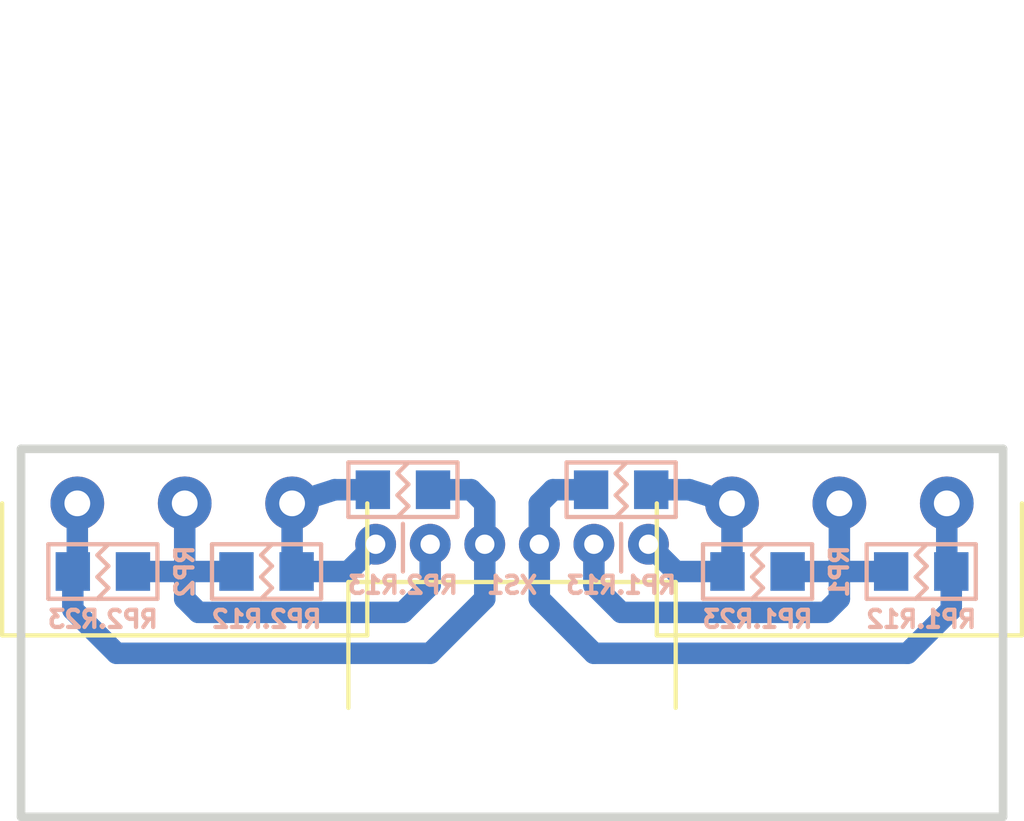
<source format=kicad_pcb>
(kicad_pcb (version 20171130) (host pcbnew 5.1.6-c6e7f7d~87~ubuntu19.10.1)

  (general
    (thickness 1.6)
    (drawings 6)
    (tracks 44)
    (zones 0)
    (modules 9)
    (nets 7)
  )

  (page A4 portrait)
  (title_block
    (title "1590N1 Potentiometer Board 18 2x17")
    (date 2023-03-19)
    (rev 1C)
    (company "Igor Ivanov")
    (comment 1 https://github.com/Adept666)
    (comment 2 "This project is licensed under GNU General Public License v3.0 or later")
    (comment 3 "Диаметр потенциометров: 16 мм, 17 мм")
    (comment 4 "Расстояние от основной платы до корпуса: 18 мм")
  )

  (layers
    (0 F.Cu signal)
    (31 B.Cu signal)
    (36 B.SilkS user)
    (38 B.Mask user)
    (39 F.Mask user)
    (44 Edge.Cuts user)
    (45 Margin user)
    (46 B.CrtYd user)
    (47 F.CrtYd user)
    (48 B.Fab user)
    (49 F.Fab user)
  )

  (setup
    (last_trace_width 1)
    (user_trace_width 0.6)
    (trace_clearance 0.2)
    (zone_clearance 0.6)
    (zone_45_only no)
    (trace_min 0.2)
    (via_size 1.5)
    (via_drill 0.5)
    (via_min_size 0.6)
    (via_min_drill 0.3)
    (uvia_size 0.6)
    (uvia_drill 0.3)
    (uvias_allowed no)
    (uvia_min_size 0.6)
    (uvia_min_drill 0.3)
    (edge_width 0.4)
    (segment_width 0.6)
    (pcb_text_width 0.2)
    (pcb_text_size 1 1)
    (mod_edge_width 0.2)
    (mod_text_size 1 1)
    (mod_text_width 0.2)
    (pad_size 1.6 1.8)
    (pad_drill 0)
    (pad_to_mask_clearance 0.1)
    (solder_mask_min_width 0.2)
    (aux_axis_origin 0 0)
    (visible_elements 7FFFFFFF)
    (pcbplotparams
      (layerselection 0x20000_7ffffffe)
      (usegerberextensions false)
      (usegerberattributes false)
      (usegerberadvancedattributes false)
      (creategerberjobfile false)
      (excludeedgelayer false)
      (linewidth 0.100000)
      (plotframeref true)
      (viasonmask false)
      (mode 1)
      (useauxorigin false)
      (hpglpennumber 1)
      (hpglpenspeed 20)
      (hpglpendiameter 15.000000)
      (psnegative false)
      (psa4output false)
      (plotreference false)
      (plotvalue true)
      (plotinvisibletext false)
      (padsonsilk true)
      (subtractmaskfromsilk false)
      (outputformat 4)
      (mirror false)
      (drillshape 0)
      (scaleselection 1)
      (outputdirectory ""))
  )

  (net 0 "")
  (net 1 "Net-(RP1-Pad3)")
  (net 2 "Net-(RP1-Pad1)")
  (net 3 "Net-(RP1-Pad2)")
  (net 4 "Net-(RP2-Pad3)")
  (net 5 "Net-(RP2-Pad1)")
  (net 6 "Net-(RP2-Pad2)")

  (net_class Default "This is the default net class."
    (clearance 0.2)
    (trace_width 1)
    (via_dia 1.5)
    (via_drill 0.5)
    (uvia_dia 0.6)
    (uvia_drill 0.3)
    (diff_pair_width 0.2)
    (diff_pair_gap 0.2)
    (add_net "Net-(RP1-Pad1)")
    (add_net "Net-(RP1-Pad2)")
    (add_net "Net-(RP1-Pad3)")
    (add_net "Net-(RP2-Pad1)")
    (add_net "Net-(RP2-Pad2)")
    (add_net "Net-(RP2-Pad3)")
  )

  (module SBKCL-TH-SL:RP-PDB181-K-20-P-CIRCULAR (layer F.Cu) (tedit 61D0A493) (tstamp 5FE6D9E5)
    (at 90.17 142.875 180)
    (path /5FE7A122)
    (fp_text reference RP2 (at 0 -3.175 270) (layer B.SilkS)
      (effects (font (size 0.8 0.8) (thickness 0.2)) (justify mirror))
    )
    (fp_text value "RP2: 16/17" (at 0 -1.27 180) (layer F.Fab)
      (effects (font (size 1 1) (thickness 0.2)))
    )
    (fp_line (start -7.3 3.35) (end -7.3 5.35) (layer F.Fab) (width 0.2))
    (fp_line (start -8.5 3.35) (end -8.5 5.35) (layer F.Fab) (width 0.2))
    (fp_line (start -8.5 5.35) (end -7.366 5.35) (layer F.Fab) (width 0.2))
    (fp_line (start 8.5 -6.15) (end 8.5 23.35) (layer F.CrtYd) (width 0.1))
    (fp_line (start -8.5 -6.15) (end -8.5 23.35) (layer F.CrtYd) (width 0.1))
    (fp_line (start -8.5 23.35) (end 8.5 23.35) (layer F.CrtYd) (width 0.1))
    (fp_line (start -8.5 -6.15) (end 8.5 -6.15) (layer F.CrtYd) (width 0.1))
    (fp_line (start 8.5 -6.15) (end 8.5 0) (layer F.SilkS) (width 0.2))
    (fp_line (start -8.5 -6.15) (end -8.5 0) (layer F.SilkS) (width 0.2))
    (fp_line (start -8.5 -6.15) (end 8.5 -6.15) (layer F.SilkS) (width 0.2))
    (fp_line (start -3.5 9.85) (end 3.5 9.85) (layer F.Fab) (width 0.2))
    (fp_line (start 3 9.85) (end 3 23.35) (layer F.Fab) (width 0.2))
    (fp_line (start -3 9.85) (end -3 23.35) (layer F.Fab) (width 0.2))
    (fp_line (start 3.5 3.35) (end 3.5 9.85) (layer F.Fab) (width 0.2))
    (fp_line (start -3.5 3.35) (end -3.5 9.85) (layer F.Fab) (width 0.2))
    (fp_line (start 8.5 -6.15) (end 8.5 3.35) (layer F.Fab) (width 0.2))
    (fp_line (start -8.5 -6.15) (end -8.5 3.35) (layer F.Fab) (width 0.2))
    (fp_line (start -3 23.35) (end 3 23.35) (layer F.Fab) (width 0.2))
    (fp_line (start -8.5 3.35) (end 8.5 3.35) (layer F.Fab) (width 0.2))
    (fp_line (start -8.5 -6.15) (end 8.5 -6.15) (layer F.Fab) (width 0.2))
    (pad 3 thru_hole circle (at 5 0 180) (size 2.5 2.5) (drill 1.2) (layers B.Cu B.Mask)
      (net 4 "Net-(RP2-Pad3)"))
    (pad 1 thru_hole circle (at -5 0 180) (size 2.5 2.5) (drill 1.2) (layers B.Cu B.Mask)
      (net 5 "Net-(RP2-Pad1)"))
    (pad 2 thru_hole circle (at 0 0 180) (size 2.5 2.5) (drill 1.2) (layers B.Cu B.Mask)
      (net 6 "Net-(RP2-Pad2)"))
  )

  (module SBKCL-TH-SL:RP-PDB181-K-20-P-CIRCULAR (layer F.Cu) (tedit 61D0A493) (tstamp 6416FD66)
    (at 120.65 142.875 180)
    (path /60859B26)
    (fp_text reference RP1 (at 0 -3.175 270) (layer B.SilkS)
      (effects (font (size 0.8 0.8) (thickness 0.2)) (justify mirror))
    )
    (fp_text value "RP1: 16/17" (at 0 -1.27 180) (layer F.Fab)
      (effects (font (size 1 1) (thickness 0.2)))
    )
    (fp_line (start -7.3 3.35) (end -7.3 5.35) (layer F.Fab) (width 0.2))
    (fp_line (start -8.5 3.35) (end -8.5 5.35) (layer F.Fab) (width 0.2))
    (fp_line (start -8.5 5.35) (end -7.366 5.35) (layer F.Fab) (width 0.2))
    (fp_line (start 8.5 -6.15) (end 8.5 23.35) (layer F.CrtYd) (width 0.1))
    (fp_line (start -8.5 -6.15) (end -8.5 23.35) (layer F.CrtYd) (width 0.1))
    (fp_line (start -8.5 23.35) (end 8.5 23.35) (layer F.CrtYd) (width 0.1))
    (fp_line (start -8.5 -6.15) (end 8.5 -6.15) (layer F.CrtYd) (width 0.1))
    (fp_line (start 8.5 -6.15) (end 8.5 0) (layer F.SilkS) (width 0.2))
    (fp_line (start -8.5 -6.15) (end -8.5 0) (layer F.SilkS) (width 0.2))
    (fp_line (start -8.5 -6.15) (end 8.5 -6.15) (layer F.SilkS) (width 0.2))
    (fp_line (start -3.5 9.85) (end 3.5 9.85) (layer F.Fab) (width 0.2))
    (fp_line (start 3 9.85) (end 3 23.35) (layer F.Fab) (width 0.2))
    (fp_line (start -3 9.85) (end -3 23.35) (layer F.Fab) (width 0.2))
    (fp_line (start 3.5 3.35) (end 3.5 9.85) (layer F.Fab) (width 0.2))
    (fp_line (start -3.5 3.35) (end -3.5 9.85) (layer F.Fab) (width 0.2))
    (fp_line (start 8.5 -6.15) (end 8.5 3.35) (layer F.Fab) (width 0.2))
    (fp_line (start -8.5 -6.15) (end -8.5 3.35) (layer F.Fab) (width 0.2))
    (fp_line (start -3 23.35) (end 3 23.35) (layer F.Fab) (width 0.2))
    (fp_line (start -8.5 3.35) (end 8.5 3.35) (layer F.Fab) (width 0.2))
    (fp_line (start -8.5 -6.15) (end 8.5 -6.15) (layer F.Fab) (width 0.2))
    (pad 3 thru_hole circle (at 5 0 180) (size 2.5 2.5) (drill 1.2) (layers B.Cu B.Mask)
      (net 1 "Net-(RP1-Pad3)"))
    (pad 1 thru_hole circle (at -5 0 180) (size 2.5 2.5) (drill 1.2) (layers B.Cu B.Mask)
      (net 2 "Net-(RP1-Pad1)"))
    (pad 2 thru_hole circle (at 0 0 180) (size 2.5 2.5) (drill 1.2) (layers B.Cu B.Mask)
      (net 3 "Net-(RP1-Pad2)"))
  )

  (module SBKCL-TH-SL:CON-PBS-06R-CIRCULAR (layer F.Cu) (tedit 63D83BB1) (tstamp 6416D743)
    (at 105.41 144.78)
    (path /60033671)
    (fp_text reference XS1 (at 0 1.905) (layer B.SilkS)
      (effects (font (size 0.8 0.8) (thickness 0.2)) (justify mirror))
    )
    (fp_text value PBS-06R (at 0 5.715) (layer F.Fab)
      (effects (font (size 1 1) (thickness 0.2)))
    )
    (fp_line (start 7.62 1.76) (end 7.62 10.16) (layer F.Fab) (width 0.2))
    (fp_line (start -7.62 1.76) (end -7.62 10.16) (layer F.Fab) (width 0.2))
    (fp_line (start -7.62 10.16) (end 7.62 10.16) (layer F.Fab) (width 0.2))
    (fp_line (start -7.62 1.76) (end 7.62 1.76) (layer F.Fab) (width 0.2))
    (fp_line (start -7.62 1.76) (end 7.62 1.76) (layer F.SilkS) (width 0.2))
    (fp_line (start -7.62 1.76) (end -7.62 7.62) (layer F.SilkS) (width 0.2))
    (fp_line (start 7.62 1.76) (end 7.62 7.62) (layer F.SilkS) (width 0.2))
    (fp_line (start -7.62 -0.45) (end 7.62 -0.45) (layer F.CrtYd) (width 0.1))
    (fp_line (start -7.62 10.16) (end 7.62 10.16) (layer F.CrtYd) (width 0.1))
    (fp_line (start -7.62 -0.45) (end -7.62 10.16) (layer F.CrtYd) (width 0.1))
    (fp_line (start 7.62 -0.45) (end 7.62 10.16) (layer F.CrtYd) (width 0.1))
    (pad 6 thru_hole circle (at 6.35 0) (size 1.9 1.9) (drill 0.9) (layers B.Cu B.Mask)
      (net 1 "Net-(RP1-Pad3)"))
    (pad 5 thru_hole circle (at 3.81 0) (size 1.9 1.9) (drill 0.9) (layers B.Cu B.Mask)
      (net 3 "Net-(RP1-Pad2)"))
    (pad 4 thru_hole circle (at 1.27 0) (size 1.9 1.9) (drill 0.9) (layers B.Cu B.Mask)
      (net 2 "Net-(RP1-Pad1)"))
    (pad 1 thru_hole circle (at -6.35 0) (size 1.9 1.9) (drill 0.9) (layers B.Cu B.Mask)
      (net 5 "Net-(RP2-Pad1)"))
    (pad 2 thru_hole circle (at -3.81 0) (size 1.9 1.9) (drill 0.9) (layers B.Cu B.Mask)
      (net 6 "Net-(RP2-Pad2)"))
    (pad 3 thru_hole circle (at -1.27 0) (size 1.9 1.9) (drill 0.9) (layers B.Cu B.Mask)
      (net 4 "Net-(RP2-Pad3)"))
  )

  (module KCL-SM:R-SM-1206 (layer B.Cu) (tedit 610FE4F7) (tstamp 6416E107)
    (at 86.36 146.05)
    (path /641E9308)
    (fp_text reference RP2.R23 (at 0 2.2225) (layer B.SilkS)
      (effects (font (size 0.8 0.8) (thickness 0.2)) (justify mirror))
    )
    (fp_text value X (at 0 0) (layer B.Fab)
      (effects (font (size 1 1) (thickness 0.2)) (justify mirror))
    )
    (fp_line (start -2.54 1.27) (end 2.54 1.27) (layer B.CrtYd) (width 0.1))
    (fp_line (start 2.54 1.27) (end 2.54 -1.27) (layer B.CrtYd) (width 0.1))
    (fp_line (start -2.54 -1.27) (end 2.54 -1.27) (layer B.CrtYd) (width 0.1))
    (fp_line (start -2.54 1.27) (end -2.54 -1.27) (layer B.CrtYd) (width 0.1))
    (fp_line (start -0.254 0.254) (end 0.254 0.762) (layer B.SilkS) (width 0.2))
    (fp_line (start 0.254 0.762) (end -0.254 1.27) (layer B.SilkS) (width 0.2))
    (fp_line (start -0.254 0.254) (end 0.254 -0.254) (layer B.SilkS) (width 0.2))
    (fp_line (start 0.254 -0.254) (end -0.254 -0.762) (layer B.SilkS) (width 0.2))
    (fp_line (start -0.254 -0.762) (end 0.254 -1.27) (layer B.SilkS) (width 0.2))
    (fp_line (start -2.54 -1.27) (end 2.54 -1.27) (layer B.SilkS) (width 0.2))
    (fp_line (start -2.54 1.27) (end 2.54 1.27) (layer B.SilkS) (width 0.2))
    (fp_line (start 2.54 1.27) (end 2.54 -1.27) (layer B.SilkS) (width 0.2))
    (fp_line (start -2.54 1.27) (end -2.54 -1.27) (layer B.SilkS) (width 0.2))
    (fp_line (start -1.6 0.8) (end 1.6 0.8) (layer B.Fab) (width 0.2))
    (fp_line (start 1.6 0.8) (end 1.6 -0.8) (layer B.Fab) (width 0.2))
    (fp_line (start -1.6 -0.8) (end 1.6 -0.8) (layer B.Fab) (width 0.2))
    (fp_line (start -1.6 0.8) (end -1.6 -0.8) (layer B.Fab) (width 0.2))
    (pad 2 smd rect (at 1.4 0) (size 1.6 1.8) (layers B.Cu B.Mask)
      (net 6 "Net-(RP2-Pad2)"))
    (pad 1 smd rect (at -1.4 0) (size 1.6 1.8) (layers B.Cu B.Mask)
      (net 4 "Net-(RP2-Pad3)"))
  )

  (module KCL-SM:R-SM-1206 (layer B.Cu) (tedit 610FE4F7) (tstamp 641703E0)
    (at 100.33 142.24 180)
    (path /641E9310)
    (fp_text reference RP2.R13 (at 0 -4.445 180) (layer B.SilkS)
      (effects (font (size 0.8 0.8) (thickness 0.2)) (justify mirror))
    )
    (fp_text value X (at 0 0 180) (layer B.Fab)
      (effects (font (size 1 1) (thickness 0.2)) (justify mirror))
    )
    (fp_line (start -2.54 1.27) (end 2.54 1.27) (layer B.CrtYd) (width 0.1))
    (fp_line (start 2.54 1.27) (end 2.54 -1.27) (layer B.CrtYd) (width 0.1))
    (fp_line (start -2.54 -1.27) (end 2.54 -1.27) (layer B.CrtYd) (width 0.1))
    (fp_line (start -2.54 1.27) (end -2.54 -1.27) (layer B.CrtYd) (width 0.1))
    (fp_line (start -0.254 0.254) (end 0.254 0.762) (layer B.SilkS) (width 0.2))
    (fp_line (start 0.254 0.762) (end -0.254 1.27) (layer B.SilkS) (width 0.2))
    (fp_line (start -0.254 0.254) (end 0.254 -0.254) (layer B.SilkS) (width 0.2))
    (fp_line (start 0.254 -0.254) (end -0.254 -0.762) (layer B.SilkS) (width 0.2))
    (fp_line (start -0.254 -0.762) (end 0.254 -1.27) (layer B.SilkS) (width 0.2))
    (fp_line (start -2.54 -1.27) (end 2.54 -1.27) (layer B.SilkS) (width 0.2))
    (fp_line (start -2.54 1.27) (end 2.54 1.27) (layer B.SilkS) (width 0.2))
    (fp_line (start 2.54 1.27) (end 2.54 -1.27) (layer B.SilkS) (width 0.2))
    (fp_line (start -2.54 1.27) (end -2.54 -1.27) (layer B.SilkS) (width 0.2))
    (fp_line (start -1.6 0.8) (end 1.6 0.8) (layer B.Fab) (width 0.2))
    (fp_line (start 1.6 0.8) (end 1.6 -0.8) (layer B.Fab) (width 0.2))
    (fp_line (start -1.6 -0.8) (end 1.6 -0.8) (layer B.Fab) (width 0.2))
    (fp_line (start -1.6 0.8) (end -1.6 -0.8) (layer B.Fab) (width 0.2))
    (pad 2 smd rect (at 1.4 0 180) (size 1.6 1.8) (layers B.Cu B.Mask)
      (net 5 "Net-(RP2-Pad1)"))
    (pad 1 smd rect (at -1.4 0 180) (size 1.6 1.8) (layers B.Cu B.Mask)
      (net 4 "Net-(RP2-Pad3)"))
  )

  (module KCL-SM:R-SM-1206 (layer B.Cu) (tedit 610FE4F7) (tstamp 6416E209)
    (at 93.98 146.05)
    (path /641E9318)
    (fp_text reference RP2.R12 (at 0 2.2225) (layer B.SilkS)
      (effects (font (size 0.8 0.8) (thickness 0.2)) (justify mirror))
    )
    (fp_text value X (at 0 0) (layer B.Fab)
      (effects (font (size 1 1) (thickness 0.2)) (justify mirror))
    )
    (fp_line (start -2.54 1.27) (end 2.54 1.27) (layer B.CrtYd) (width 0.1))
    (fp_line (start 2.54 1.27) (end 2.54 -1.27) (layer B.CrtYd) (width 0.1))
    (fp_line (start -2.54 -1.27) (end 2.54 -1.27) (layer B.CrtYd) (width 0.1))
    (fp_line (start -2.54 1.27) (end -2.54 -1.27) (layer B.CrtYd) (width 0.1))
    (fp_line (start -0.254 0.254) (end 0.254 0.762) (layer B.SilkS) (width 0.2))
    (fp_line (start 0.254 0.762) (end -0.254 1.27) (layer B.SilkS) (width 0.2))
    (fp_line (start -0.254 0.254) (end 0.254 -0.254) (layer B.SilkS) (width 0.2))
    (fp_line (start 0.254 -0.254) (end -0.254 -0.762) (layer B.SilkS) (width 0.2))
    (fp_line (start -0.254 -0.762) (end 0.254 -1.27) (layer B.SilkS) (width 0.2))
    (fp_line (start -2.54 -1.27) (end 2.54 -1.27) (layer B.SilkS) (width 0.2))
    (fp_line (start -2.54 1.27) (end 2.54 1.27) (layer B.SilkS) (width 0.2))
    (fp_line (start 2.54 1.27) (end 2.54 -1.27) (layer B.SilkS) (width 0.2))
    (fp_line (start -2.54 1.27) (end -2.54 -1.27) (layer B.SilkS) (width 0.2))
    (fp_line (start -1.6 0.8) (end 1.6 0.8) (layer B.Fab) (width 0.2))
    (fp_line (start 1.6 0.8) (end 1.6 -0.8) (layer B.Fab) (width 0.2))
    (fp_line (start -1.6 -0.8) (end 1.6 -0.8) (layer B.Fab) (width 0.2))
    (fp_line (start -1.6 0.8) (end -1.6 -0.8) (layer B.Fab) (width 0.2))
    (pad 2 smd rect (at 1.4 0) (size 1.6 1.8) (layers B.Cu B.Mask)
      (net 5 "Net-(RP2-Pad1)"))
    (pad 1 smd rect (at -1.4 0) (size 1.6 1.8) (layers B.Cu B.Mask)
      (net 6 "Net-(RP2-Pad2)"))
  )

  (module KCL-SM:R-SM-1206 (layer B.Cu) (tedit 610FE4F7) (tstamp 6416D58B)
    (at 116.84 146.05)
    (path /6418962D)
    (fp_text reference RP1.R23 (at 0 2.2225) (layer B.SilkS)
      (effects (font (size 0.8 0.8) (thickness 0.2)) (justify mirror))
    )
    (fp_text value X (at 0 0) (layer B.Fab)
      (effects (font (size 1 1) (thickness 0.2)) (justify mirror))
    )
    (fp_line (start -2.54 1.27) (end 2.54 1.27) (layer B.CrtYd) (width 0.1))
    (fp_line (start 2.54 1.27) (end 2.54 -1.27) (layer B.CrtYd) (width 0.1))
    (fp_line (start -2.54 -1.27) (end 2.54 -1.27) (layer B.CrtYd) (width 0.1))
    (fp_line (start -2.54 1.27) (end -2.54 -1.27) (layer B.CrtYd) (width 0.1))
    (fp_line (start -0.254 0.254) (end 0.254 0.762) (layer B.SilkS) (width 0.2))
    (fp_line (start 0.254 0.762) (end -0.254 1.27) (layer B.SilkS) (width 0.2))
    (fp_line (start -0.254 0.254) (end 0.254 -0.254) (layer B.SilkS) (width 0.2))
    (fp_line (start 0.254 -0.254) (end -0.254 -0.762) (layer B.SilkS) (width 0.2))
    (fp_line (start -0.254 -0.762) (end 0.254 -1.27) (layer B.SilkS) (width 0.2))
    (fp_line (start -2.54 -1.27) (end 2.54 -1.27) (layer B.SilkS) (width 0.2))
    (fp_line (start -2.54 1.27) (end 2.54 1.27) (layer B.SilkS) (width 0.2))
    (fp_line (start 2.54 1.27) (end 2.54 -1.27) (layer B.SilkS) (width 0.2))
    (fp_line (start -2.54 1.27) (end -2.54 -1.27) (layer B.SilkS) (width 0.2))
    (fp_line (start -1.6 0.8) (end 1.6 0.8) (layer B.Fab) (width 0.2))
    (fp_line (start 1.6 0.8) (end 1.6 -0.8) (layer B.Fab) (width 0.2))
    (fp_line (start -1.6 -0.8) (end 1.6 -0.8) (layer B.Fab) (width 0.2))
    (fp_line (start -1.6 0.8) (end -1.6 -0.8) (layer B.Fab) (width 0.2))
    (pad 2 smd rect (at 1.4 0) (size 1.6 1.8) (layers B.Cu B.Mask)
      (net 3 "Net-(RP1-Pad2)"))
    (pad 1 smd rect (at -1.4 0) (size 1.6 1.8) (layers B.Cu B.Mask)
      (net 1 "Net-(RP1-Pad3)"))
  )

  (module KCL-SM:R-SM-1206 (layer B.Cu) (tedit 610FE4F7) (tstamp 641702E1)
    (at 110.49 142.24 180)
    (path /641B6004)
    (fp_text reference RP1.R13 (at 0 -4.445 180) (layer B.SilkS)
      (effects (font (size 0.8 0.8) (thickness 0.2)) (justify mirror))
    )
    (fp_text value X (at 0 0 180) (layer B.Fab)
      (effects (font (size 1 1) (thickness 0.2)) (justify mirror))
    )
    (fp_line (start -2.54 1.27) (end 2.54 1.27) (layer B.CrtYd) (width 0.1))
    (fp_line (start 2.54 1.27) (end 2.54 -1.27) (layer B.CrtYd) (width 0.1))
    (fp_line (start -2.54 -1.27) (end 2.54 -1.27) (layer B.CrtYd) (width 0.1))
    (fp_line (start -2.54 1.27) (end -2.54 -1.27) (layer B.CrtYd) (width 0.1))
    (fp_line (start -0.254 0.254) (end 0.254 0.762) (layer B.SilkS) (width 0.2))
    (fp_line (start 0.254 0.762) (end -0.254 1.27) (layer B.SilkS) (width 0.2))
    (fp_line (start -0.254 0.254) (end 0.254 -0.254) (layer B.SilkS) (width 0.2))
    (fp_line (start 0.254 -0.254) (end -0.254 -0.762) (layer B.SilkS) (width 0.2))
    (fp_line (start -0.254 -0.762) (end 0.254 -1.27) (layer B.SilkS) (width 0.2))
    (fp_line (start -2.54 -1.27) (end 2.54 -1.27) (layer B.SilkS) (width 0.2))
    (fp_line (start -2.54 1.27) (end 2.54 1.27) (layer B.SilkS) (width 0.2))
    (fp_line (start 2.54 1.27) (end 2.54 -1.27) (layer B.SilkS) (width 0.2))
    (fp_line (start -2.54 1.27) (end -2.54 -1.27) (layer B.SilkS) (width 0.2))
    (fp_line (start -1.6 0.8) (end 1.6 0.8) (layer B.Fab) (width 0.2))
    (fp_line (start 1.6 0.8) (end 1.6 -0.8) (layer B.Fab) (width 0.2))
    (fp_line (start -1.6 -0.8) (end 1.6 -0.8) (layer B.Fab) (width 0.2))
    (fp_line (start -1.6 0.8) (end -1.6 -0.8) (layer B.Fab) (width 0.2))
    (pad 2 smd rect (at 1.4 0 180) (size 1.6 1.8) (layers B.Cu B.Mask)
      (net 2 "Net-(RP1-Pad1)"))
    (pad 1 smd rect (at -1.4 0 180) (size 1.6 1.8) (layers B.Cu B.Mask)
      (net 1 "Net-(RP1-Pad3)"))
  )

  (module KCL-SM:R-SM-1206 (layer B.Cu) (tedit 610FE4F7) (tstamp 6416D55D)
    (at 124.46 146.05)
    (path /6417BA56)
    (fp_text reference RP1.R12 (at 0 2.2225) (layer B.SilkS)
      (effects (font (size 0.8 0.8) (thickness 0.2)) (justify mirror))
    )
    (fp_text value X (at 0 0) (layer B.Fab)
      (effects (font (size 1 1) (thickness 0.2)) (justify mirror))
    )
    (fp_line (start -1.6 0.8) (end -1.6 -0.8) (layer B.Fab) (width 0.2))
    (fp_line (start -1.6 -0.8) (end 1.6 -0.8) (layer B.Fab) (width 0.2))
    (fp_line (start 1.6 0.8) (end 1.6 -0.8) (layer B.Fab) (width 0.2))
    (fp_line (start -1.6 0.8) (end 1.6 0.8) (layer B.Fab) (width 0.2))
    (fp_line (start -2.54 1.27) (end -2.54 -1.27) (layer B.SilkS) (width 0.2))
    (fp_line (start 2.54 1.27) (end 2.54 -1.27) (layer B.SilkS) (width 0.2))
    (fp_line (start -2.54 1.27) (end 2.54 1.27) (layer B.SilkS) (width 0.2))
    (fp_line (start -2.54 -1.27) (end 2.54 -1.27) (layer B.SilkS) (width 0.2))
    (fp_line (start -0.254 -0.762) (end 0.254 -1.27) (layer B.SilkS) (width 0.2))
    (fp_line (start 0.254 -0.254) (end -0.254 -0.762) (layer B.SilkS) (width 0.2))
    (fp_line (start -0.254 0.254) (end 0.254 -0.254) (layer B.SilkS) (width 0.2))
    (fp_line (start 0.254 0.762) (end -0.254 1.27) (layer B.SilkS) (width 0.2))
    (fp_line (start -0.254 0.254) (end 0.254 0.762) (layer B.SilkS) (width 0.2))
    (fp_line (start -2.54 1.27) (end -2.54 -1.27) (layer B.CrtYd) (width 0.1))
    (fp_line (start -2.54 -1.27) (end 2.54 -1.27) (layer B.CrtYd) (width 0.1))
    (fp_line (start 2.54 1.27) (end 2.54 -1.27) (layer B.CrtYd) (width 0.1))
    (fp_line (start -2.54 1.27) (end 2.54 1.27) (layer B.CrtYd) (width 0.1))
    (pad 1 smd rect (at -1.4 0) (size 1.6 1.8) (layers B.Cu B.Mask)
      (net 3 "Net-(RP1-Pad2)"))
    (pad 2 smd rect (at 1.4 0) (size 1.6 1.8) (layers B.Cu B.Mask)
      (net 2 "Net-(RP1-Pad1)"))
  )

  (gr_line (start 110.49 143.8275) (end 110.49 146.05) (layer B.SilkS) (width 0.2))
  (gr_line (start 100.33 143.8275) (end 100.33 146.05) (layer B.SilkS) (width 0.2))
  (gr_line (start 128.27 140.335) (end 128.27 157.48) (layer Edge.Cuts) (width 0.4) (tstamp 5FE6F872))
  (gr_line (start 82.55 140.335) (end 82.55 157.48) (layer Edge.Cuts) (width 0.4) (tstamp 5FE6F872))
  (gr_line (start 82.55 157.48) (end 128.27 157.48) (layer Edge.Cuts) (width 0.4) (tstamp 5FE6FAB1))
  (gr_line (start 82.55 140.335) (end 128.27 140.335) (layer Edge.Cuts) (width 0.4) (tstamp 5FE6F86E))

  (segment (start 111.89 142.24) (end 113.665 142.24) (width 1) (layer B.Cu) (net 1) (tstamp 6416DD70))
  (segment (start 113.665 142.24) (end 115.65 142.875) (width 1) (layer B.Cu) (net 1) (tstamp 6416DD71))
  (segment (start 115.65 142.875) (end 115.65 146.05) (width 1) (layer B.Cu) (net 1))
  (segment (start 115.44 146.05) (end 113.03 146.05) (width 1) (layer B.Cu) (net 1))
  (segment (start 113.03 146.05) (end 111.76 144.78) (width 1) (layer B.Cu) (net 1))
  (segment (start 106.68 142.875) (end 107.315 142.24) (width 1) (layer B.Cu) (net 2))
  (segment (start 109.09 142.24) (end 107.315 142.24) (width 1) (layer B.Cu) (net 2))
  (segment (start 106.68 142.875) (end 106.68 144.78) (width 1) (layer B.Cu) (net 2))
  (segment (start 106.68 147.32) (end 106.68 144.78) (width 1) (layer B.Cu) (net 2))
  (segment (start 109.22 149.86) (end 106.68 147.32) (width 1) (layer B.Cu) (net 2))
  (segment (start 123.825 149.86) (end 109.22 149.86) (width 1) (layer B.Cu) (net 2))
  (segment (start 125.86 147.825) (end 123.825 149.86) (width 1) (layer B.Cu) (net 2))
  (segment (start 125.86 146.05) (end 125.86 147.825) (width 1) (layer B.Cu) (net 2))
  (segment (start 125.65 142.875) (end 125.65 146.05) (width 1) (layer B.Cu) (net 2))
  (segment (start 109.22 146.685) (end 109.22 144.78) (width 1) (layer B.Cu) (net 3))
  (segment (start 110.49 147.955) (end 109.22 146.685) (width 1) (layer B.Cu) (net 3))
  (segment (start 120.65 142.875) (end 120.65 146.05) (width 1) (layer B.Cu) (net 3))
  (segment (start 118.24 146.05) (end 120.65 146.05) (width 1) (layer B.Cu) (net 3))
  (segment (start 123.06 146.05) (end 120.65 146.05) (width 1) (layer B.Cu) (net 3))
  (segment (start 120.65 146.05) (end 120.65 147.32) (width 1) (layer B.Cu) (net 3))
  (segment (start 120.65 147.32) (end 120.015 147.955) (width 1) (layer B.Cu) (net 3))
  (segment (start 120.015 147.955) (end 110.49 147.955) (width 1) (layer B.Cu) (net 3))
  (segment (start 103.505 142.24) (end 104.14 142.875) (width 1) (layer B.Cu) (net 4))
  (segment (start 104.14 142.875) (end 104.14 144.78) (width 1) (layer B.Cu) (net 4))
  (segment (start 101.73 142.24) (end 103.505 142.24) (width 1) (layer B.Cu) (net 4))
  (segment (start 104.14 147.32) (end 104.14 144.78) (width 1) (layer B.Cu) (net 4))
  (segment (start 101.6 149.86) (end 104.14 147.32) (width 1) (layer B.Cu) (net 4))
  (segment (start 86.995 149.86) (end 101.6 149.86) (width 1) (layer B.Cu) (net 4))
  (segment (start 84.96 147.825) (end 86.995 149.86) (width 1) (layer B.Cu) (net 4))
  (segment (start 84.96 146.05) (end 84.96 147.825) (width 1) (layer B.Cu) (net 4))
  (segment (start 85.17 142.875) (end 85.17 146.05) (width 1) (layer B.Cu) (net 4))
  (segment (start 98.93 142.24) (end 97.155 142.24) (width 1) (layer B.Cu) (net 5))
  (segment (start 97.155 142.24) (end 95.17 142.875) (width 1) (layer B.Cu) (net 5))
  (segment (start 95.17 142.875) (end 95.17 146.05) (width 1) (layer B.Cu) (net 5))
  (segment (start 95.38 146.05) (end 97.79 146.05) (width 1) (layer B.Cu) (net 5))
  (segment (start 97.79 146.05) (end 99.06 144.78) (width 1) (layer B.Cu) (net 5))
  (segment (start 101.6 146.685) (end 101.6 144.78) (width 1) (layer B.Cu) (net 6))
  (segment (start 100.33 147.955) (end 101.6 146.685) (width 1) (layer B.Cu) (net 6))
  (segment (start 90.17 142.875) (end 90.17 146.05) (width 1) (layer B.Cu) (net 6))
  (segment (start 87.76 146.05) (end 90.17 146.05) (width 1) (layer B.Cu) (net 6))
  (segment (start 92.58 146.05) (end 90.17 146.05) (width 1) (layer B.Cu) (net 6))
  (segment (start 90.17 146.05) (end 90.17 147.32) (width 1) (layer B.Cu) (net 6))
  (segment (start 90.17 147.32) (end 90.805 147.955) (width 1) (layer B.Cu) (net 6))
  (segment (start 90.805 147.955) (end 100.33 147.955) (width 1) (layer B.Cu) (net 6))

)

</source>
